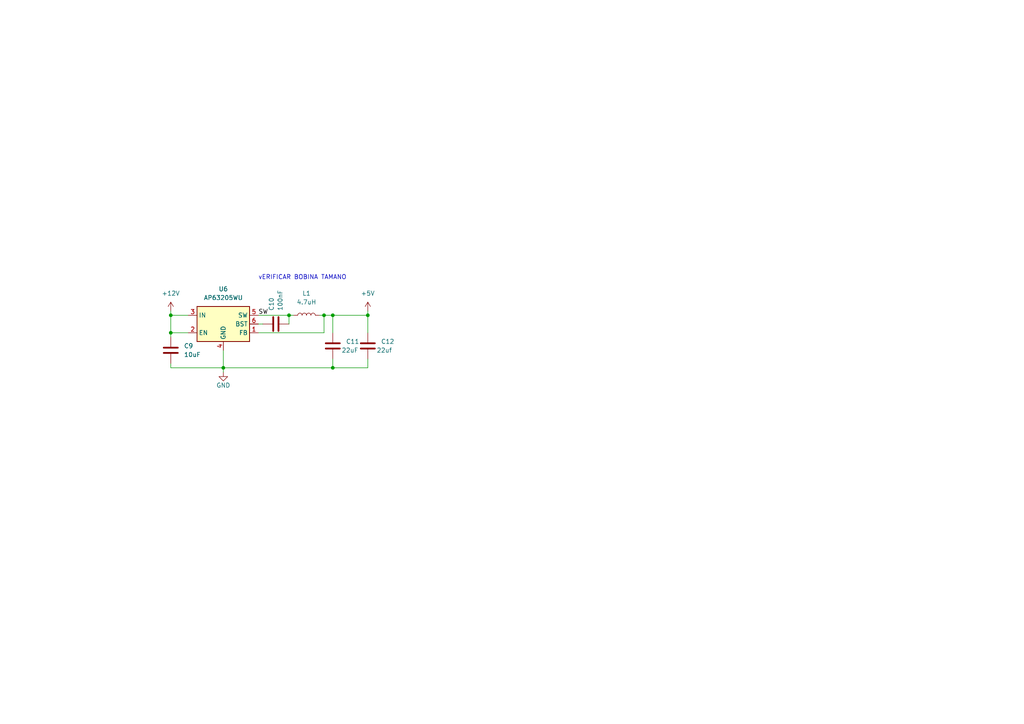
<source format=kicad_sch>
(kicad_sch (version 20211123) (generator eeschema)

  (uuid 6e8c72a6-cae7-40af-9d85-639b5d9cdb36)

  (paper "A4")

  (lib_symbols
    (symbol "Device:C" (pin_numbers hide) (pin_names (offset 0.254)) (in_bom yes) (on_board yes)
      (property "Reference" "C" (id 0) (at 0.635 2.54 0)
        (effects (font (size 1.27 1.27)) (justify left))
      )
      (property "Value" "C" (id 1) (at 0.635 -2.54 0)
        (effects (font (size 1.27 1.27)) (justify left))
      )
      (property "Footprint" "" (id 2) (at 0.9652 -3.81 0)
        (effects (font (size 1.27 1.27)) hide)
      )
      (property "Datasheet" "~" (id 3) (at 0 0 0)
        (effects (font (size 1.27 1.27)) hide)
      )
      (property "ki_keywords" "cap capacitor" (id 4) (at 0 0 0)
        (effects (font (size 1.27 1.27)) hide)
      )
      (property "ki_description" "Unpolarized capacitor" (id 5) (at 0 0 0)
        (effects (font (size 1.27 1.27)) hide)
      )
      (property "ki_fp_filters" "C_*" (id 6) (at 0 0 0)
        (effects (font (size 1.27 1.27)) hide)
      )
      (symbol "C_0_1"
        (polyline
          (pts
            (xy -2.032 -0.762)
            (xy 2.032 -0.762)
          )
          (stroke (width 0.508) (type default) (color 0 0 0 0))
          (fill (type none))
        )
        (polyline
          (pts
            (xy -2.032 0.762)
            (xy 2.032 0.762)
          )
          (stroke (width 0.508) (type default) (color 0 0 0 0))
          (fill (type none))
        )
      )
      (symbol "C_1_1"
        (pin passive line (at 0 3.81 270) (length 2.794)
          (name "~" (effects (font (size 1.27 1.27))))
          (number "1" (effects (font (size 1.27 1.27))))
        )
        (pin passive line (at 0 -3.81 90) (length 2.794)
          (name "~" (effects (font (size 1.27 1.27))))
          (number "2" (effects (font (size 1.27 1.27))))
        )
      )
    )
    (symbol "Device:L" (pin_numbers hide) (pin_names (offset 1.016) hide) (in_bom yes) (on_board yes)
      (property "Reference" "L" (id 0) (at -1.27 0 90)
        (effects (font (size 1.27 1.27)))
      )
      (property "Value" "L" (id 1) (at 1.905 0 90)
        (effects (font (size 1.27 1.27)))
      )
      (property "Footprint" "" (id 2) (at 0 0 0)
        (effects (font (size 1.27 1.27)) hide)
      )
      (property "Datasheet" "~" (id 3) (at 0 0 0)
        (effects (font (size 1.27 1.27)) hide)
      )
      (property "ki_keywords" "inductor choke coil reactor magnetic" (id 4) (at 0 0 0)
        (effects (font (size 1.27 1.27)) hide)
      )
      (property "ki_description" "Inductor" (id 5) (at 0 0 0)
        (effects (font (size 1.27 1.27)) hide)
      )
      (property "ki_fp_filters" "Choke_* *Coil* Inductor_* L_*" (id 6) (at 0 0 0)
        (effects (font (size 1.27 1.27)) hide)
      )
      (symbol "L_0_1"
        (arc (start 0 -2.54) (mid 0.635 -1.905) (end 0 -1.27)
          (stroke (width 0) (type default) (color 0 0 0 0))
          (fill (type none))
        )
        (arc (start 0 -1.27) (mid 0.635 -0.635) (end 0 0)
          (stroke (width 0) (type default) (color 0 0 0 0))
          (fill (type none))
        )
        (arc (start 0 0) (mid 0.635 0.635) (end 0 1.27)
          (stroke (width 0) (type default) (color 0 0 0 0))
          (fill (type none))
        )
        (arc (start 0 1.27) (mid 0.635 1.905) (end 0 2.54)
          (stroke (width 0) (type default) (color 0 0 0 0))
          (fill (type none))
        )
      )
      (symbol "L_1_1"
        (pin passive line (at 0 3.81 270) (length 1.27)
          (name "1" (effects (font (size 1.27 1.27))))
          (number "1" (effects (font (size 1.27 1.27))))
        )
        (pin passive line (at 0 -3.81 90) (length 1.27)
          (name "2" (effects (font (size 1.27 1.27))))
          (number "2" (effects (font (size 1.27 1.27))))
        )
      )
    )
    (symbol "Regulator_Switching:AP63205WU" (in_bom yes) (on_board yes)
      (property "Reference" "U" (id 0) (at -7.62 6.35 0)
        (effects (font (size 1.27 1.27)))
      )
      (property "Value" "AP63205WU" (id 1) (at 2.54 6.35 0)
        (effects (font (size 1.27 1.27)))
      )
      (property "Footprint" "Package_TO_SOT_SMD:TSOT-23-6" (id 2) (at 0 -22.86 0)
        (effects (font (size 1.27 1.27)) hide)
      )
      (property "Datasheet" "https://www.diodes.com/assets/Datasheets/AP63200-AP63201-AP63203-AP63205.pdf" (id 3) (at 0 0 0)
        (effects (font (size 1.27 1.27)) hide)
      )
      (property "ki_keywords" "2A Buck DC/DC" (id 4) (at 0 0 0)
        (effects (font (size 1.27 1.27)) hide)
      )
      (property "ki_description" "2A, 1.1MHz Buck DC/DC Converter, fixed 5.0V output voltage, TSOT-23-6" (id 5) (at 0 0 0)
        (effects (font (size 1.27 1.27)) hide)
      )
      (property "ki_fp_filters" "TSOT?23*" (id 6) (at 0 0 0)
        (effects (font (size 1.27 1.27)) hide)
      )
      (symbol "AP63205WU_0_1"
        (rectangle (start -7.62 5.08) (end 7.62 -5.08)
          (stroke (width 0.254) (type default) (color 0 0 0 0))
          (fill (type background))
        )
      )
      (symbol "AP63205WU_1_1"
        (pin input line (at 10.16 -2.54 180) (length 2.54)
          (name "FB" (effects (font (size 1.27 1.27))))
          (number "1" (effects (font (size 1.27 1.27))))
        )
        (pin input line (at -10.16 -2.54 0) (length 2.54)
          (name "EN" (effects (font (size 1.27 1.27))))
          (number "2" (effects (font (size 1.27 1.27))))
        )
        (pin power_in line (at -10.16 2.54 0) (length 2.54)
          (name "IN" (effects (font (size 1.27 1.27))))
          (number "3" (effects (font (size 1.27 1.27))))
        )
        (pin power_in line (at 0 -7.62 90) (length 2.54)
          (name "GND" (effects (font (size 1.27 1.27))))
          (number "4" (effects (font (size 1.27 1.27))))
        )
        (pin output line (at 10.16 2.54 180) (length 2.54)
          (name "SW" (effects (font (size 1.27 1.27))))
          (number "5" (effects (font (size 1.27 1.27))))
        )
        (pin passive line (at 10.16 0 180) (length 2.54)
          (name "BST" (effects (font (size 1.27 1.27))))
          (number "6" (effects (font (size 1.27 1.27))))
        )
      )
    )
    (symbol "power:+12V" (power) (pin_names (offset 0)) (in_bom yes) (on_board yes)
      (property "Reference" "#PWR" (id 0) (at 0 -3.81 0)
        (effects (font (size 1.27 1.27)) hide)
      )
      (property "Value" "+12V" (id 1) (at 0 3.556 0)
        (effects (font (size 1.27 1.27)))
      )
      (property "Footprint" "" (id 2) (at 0 0 0)
        (effects (font (size 1.27 1.27)) hide)
      )
      (property "Datasheet" "" (id 3) (at 0 0 0)
        (effects (font (size 1.27 1.27)) hide)
      )
      (property "ki_keywords" "power-flag" (id 4) (at 0 0 0)
        (effects (font (size 1.27 1.27)) hide)
      )
      (property "ki_description" "Power symbol creates a global label with name \"+12V\"" (id 5) (at 0 0 0)
        (effects (font (size 1.27 1.27)) hide)
      )
      (symbol "+12V_0_1"
        (polyline
          (pts
            (xy -0.762 1.27)
            (xy 0 2.54)
          )
          (stroke (width 0) (type default) (color 0 0 0 0))
          (fill (type none))
        )
        (polyline
          (pts
            (xy 0 0)
            (xy 0 2.54)
          )
          (stroke (width 0) (type default) (color 0 0 0 0))
          (fill (type none))
        )
        (polyline
          (pts
            (xy 0 2.54)
            (xy 0.762 1.27)
          )
          (stroke (width 0) (type default) (color 0 0 0 0))
          (fill (type none))
        )
      )
      (symbol "+12V_1_1"
        (pin power_in line (at 0 0 90) (length 0) hide
          (name "+12V" (effects (font (size 1.27 1.27))))
          (number "1" (effects (font (size 1.27 1.27))))
        )
      )
    )
    (symbol "power:+5V" (power) (pin_names (offset 0)) (in_bom yes) (on_board yes)
      (property "Reference" "#PWR" (id 0) (at 0 -3.81 0)
        (effects (font (size 1.27 1.27)) hide)
      )
      (property "Value" "+5V" (id 1) (at 0 3.556 0)
        (effects (font (size 1.27 1.27)))
      )
      (property "Footprint" "" (id 2) (at 0 0 0)
        (effects (font (size 1.27 1.27)) hide)
      )
      (property "Datasheet" "" (id 3) (at 0 0 0)
        (effects (font (size 1.27 1.27)) hide)
      )
      (property "ki_keywords" "power-flag" (id 4) (at 0 0 0)
        (effects (font (size 1.27 1.27)) hide)
      )
      (property "ki_description" "Power symbol creates a global label with name \"+5V\"" (id 5) (at 0 0 0)
        (effects (font (size 1.27 1.27)) hide)
      )
      (symbol "+5V_0_1"
        (polyline
          (pts
            (xy -0.762 1.27)
            (xy 0 2.54)
          )
          (stroke (width 0) (type default) (color 0 0 0 0))
          (fill (type none))
        )
        (polyline
          (pts
            (xy 0 0)
            (xy 0 2.54)
          )
          (stroke (width 0) (type default) (color 0 0 0 0))
          (fill (type none))
        )
        (polyline
          (pts
            (xy 0 2.54)
            (xy 0.762 1.27)
          )
          (stroke (width 0) (type default) (color 0 0 0 0))
          (fill (type none))
        )
      )
      (symbol "+5V_1_1"
        (pin power_in line (at 0 0 90) (length 0) hide
          (name "+5V" (effects (font (size 1.27 1.27))))
          (number "1" (effects (font (size 1.27 1.27))))
        )
      )
    )
    (symbol "power:GND" (power) (pin_names (offset 0)) (in_bom yes) (on_board yes)
      (property "Reference" "#PWR" (id 0) (at 0 -6.35 0)
        (effects (font (size 1.27 1.27)) hide)
      )
      (property "Value" "GND" (id 1) (at 0 -3.81 0)
        (effects (font (size 1.27 1.27)))
      )
      (property "Footprint" "" (id 2) (at 0 0 0)
        (effects (font (size 1.27 1.27)) hide)
      )
      (property "Datasheet" "" (id 3) (at 0 0 0)
        (effects (font (size 1.27 1.27)) hide)
      )
      (property "ki_keywords" "power-flag" (id 4) (at 0 0 0)
        (effects (font (size 1.27 1.27)) hide)
      )
      (property "ki_description" "Power symbol creates a global label with name \"GND\" , ground" (id 5) (at 0 0 0)
        (effects (font (size 1.27 1.27)) hide)
      )
      (symbol "GND_0_1"
        (polyline
          (pts
            (xy 0 0)
            (xy 0 -1.27)
            (xy 1.27 -1.27)
            (xy 0 -2.54)
            (xy -1.27 -1.27)
            (xy 0 -1.27)
          )
          (stroke (width 0) (type default) (color 0 0 0 0))
          (fill (type none))
        )
      )
      (symbol "GND_1_1"
        (pin power_in line (at 0 0 270) (length 0) hide
          (name "GND" (effects (font (size 1.27 1.27))))
          (number "1" (effects (font (size 1.27 1.27))))
        )
      )
    )
  )

  (junction (at 96.52 106.68) (diameter 0) (color 0 0 0 0)
    (uuid 2a662c9c-9462-4fa7-93e6-3d05a7780b9c)
  )
  (junction (at 49.53 91.44) (diameter 0) (color 0 0 0 0)
    (uuid 3d0a471c-b45d-411a-88a0-f1d4b4f0e38f)
  )
  (junction (at 83.82 91.44) (diameter 0) (color 0 0 0 0)
    (uuid 4ad0ebad-9448-4677-be1c-fa4636d52a29)
  )
  (junction (at 93.98 91.44) (diameter 0) (color 0 0 0 0)
    (uuid 4f8d941f-f432-48de-998c-ddfc8ffa1c49)
  )
  (junction (at 49.53 96.52) (diameter 0) (color 0 0 0 0)
    (uuid 762c4dfb-1626-4981-9905-8adbcafb21b7)
  )
  (junction (at 64.77 106.68) (diameter 0) (color 0 0 0 0)
    (uuid 792f6620-2a31-481b-ad29-e6c55e3ed5fb)
  )
  (junction (at 96.52 91.44) (diameter 0) (color 0 0 0 0)
    (uuid a3a93ddc-c045-4e0e-9309-714aef224c32)
  )
  (junction (at 106.68 91.44) (diameter 0) (color 0 0 0 0)
    (uuid c66bbca1-6d9a-43d1-bdf8-887a138043c7)
  )

  (wire (pts (xy 83.82 93.98) (xy 83.82 91.44))
    (stroke (width 0) (type default) (color 0 0 0 0))
    (uuid 033e5ef6-b9ab-4f2a-87d3-23e76a3e4e72)
  )
  (wire (pts (xy 49.53 105.41) (xy 49.53 106.68))
    (stroke (width 0) (type default) (color 0 0 0 0))
    (uuid 03a9283a-326f-4cfc-b42c-9c5335eeadae)
  )
  (wire (pts (xy 74.93 91.44) (xy 83.82 91.44))
    (stroke (width 0) (type default) (color 0 0 0 0))
    (uuid 16039efe-81fd-4257-aafa-2e2264da62c2)
  )
  (wire (pts (xy 92.71 91.44) (xy 93.98 91.44))
    (stroke (width 0) (type default) (color 0 0 0 0))
    (uuid 1fbcbe80-b935-4bcf-b877-598340b2756d)
  )
  (wire (pts (xy 106.68 90.17) (xy 106.68 91.44))
    (stroke (width 0) (type default) (color 0 0 0 0))
    (uuid 3824f007-cf8b-4e62-9d01-48578550dee1)
  )
  (wire (pts (xy 49.53 106.68) (xy 64.77 106.68))
    (stroke (width 0) (type default) (color 0 0 0 0))
    (uuid 3db1a026-ca25-4c09-99a9-0158ed6ca86a)
  )
  (wire (pts (xy 49.53 91.44) (xy 54.61 91.44))
    (stroke (width 0) (type default) (color 0 0 0 0))
    (uuid 41656f74-4b3f-4927-84a4-511671436b46)
  )
  (wire (pts (xy 49.53 96.52) (xy 49.53 97.79))
    (stroke (width 0) (type default) (color 0 0 0 0))
    (uuid 44e19d94-05f9-4c1b-877f-2077db752062)
  )
  (wire (pts (xy 83.82 91.44) (xy 85.09 91.44))
    (stroke (width 0) (type default) (color 0 0 0 0))
    (uuid 45e4cdb4-2e27-496d-953c-91e502e7a31d)
  )
  (wire (pts (xy 64.77 101.6) (xy 64.77 106.68))
    (stroke (width 0) (type default) (color 0 0 0 0))
    (uuid 584fae6b-aafb-4241-a0f1-0d663609975a)
  )
  (wire (pts (xy 106.68 104.14) (xy 106.68 106.68))
    (stroke (width 0) (type default) (color 0 0 0 0))
    (uuid 5cd3dacb-e030-49e2-ad96-30b8ab2047a9)
  )
  (wire (pts (xy 49.53 96.52) (xy 49.53 91.44))
    (stroke (width 0) (type default) (color 0 0 0 0))
    (uuid 65e97ec0-ecfc-48eb-bbc7-13c0acfab09f)
  )
  (wire (pts (xy 96.52 106.68) (xy 106.68 106.68))
    (stroke (width 0) (type default) (color 0 0 0 0))
    (uuid 70245c78-4022-449c-82a8-24b1675c6882)
  )
  (wire (pts (xy 96.52 104.14) (xy 96.52 106.68))
    (stroke (width 0) (type default) (color 0 0 0 0))
    (uuid 726ff543-f47c-427d-945e-d7a655ce650c)
  )
  (wire (pts (xy 93.98 96.52) (xy 93.98 91.44))
    (stroke (width 0) (type default) (color 0 0 0 0))
    (uuid 79128bf0-6f80-4a34-bbbc-db13486201ac)
  )
  (wire (pts (xy 106.68 91.44) (xy 96.52 91.44))
    (stroke (width 0) (type default) (color 0 0 0 0))
    (uuid 8891e481-85b5-48e2-a89b-bd39b94b6573)
  )
  (wire (pts (xy 96.52 96.52) (xy 96.52 91.44))
    (stroke (width 0) (type default) (color 0 0 0 0))
    (uuid 915b2d50-fa79-4c45-b87c-57eb98401a6d)
  )
  (wire (pts (xy 49.53 90.17) (xy 49.53 91.44))
    (stroke (width 0) (type default) (color 0 0 0 0))
    (uuid 9b115854-c16f-435b-bd6d-044c95868ad8)
  )
  (wire (pts (xy 64.77 106.68) (xy 64.77 107.95))
    (stroke (width 0) (type default) (color 0 0 0 0))
    (uuid b204ba61-fb99-4127-af98-5a59f976e4ac)
  )
  (wire (pts (xy 93.98 91.44) (xy 96.52 91.44))
    (stroke (width 0) (type default) (color 0 0 0 0))
    (uuid bc2c6783-16fc-4fac-900f-7f03d318ccc2)
  )
  (wire (pts (xy 64.77 106.68) (xy 96.52 106.68))
    (stroke (width 0) (type default) (color 0 0 0 0))
    (uuid c1274bc3-b8a0-4f52-b7e6-1531f2ccb6cf)
  )
  (wire (pts (xy 106.68 96.52) (xy 106.68 91.44))
    (stroke (width 0) (type default) (color 0 0 0 0))
    (uuid ce51d63e-9034-4d69-9ce2-18f90a06e8d0)
  )
  (wire (pts (xy 54.61 96.52) (xy 49.53 96.52))
    (stroke (width 0) (type default) (color 0 0 0 0))
    (uuid ce6be746-f67b-4e93-a301-48aa2e8f3f6d)
  )
  (wire (pts (xy 74.93 96.52) (xy 93.98 96.52))
    (stroke (width 0) (type default) (color 0 0 0 0))
    (uuid f813cba0-2c53-40cd-a564-77728394a1e4)
  )
  (wire (pts (xy 74.93 93.98) (xy 76.2 93.98))
    (stroke (width 0) (type default) (color 0 0 0 0))
    (uuid fd896ba9-6a77-45fe-931a-cc1de311b0e0)
  )

  (text "vERIFICAR BOBINA TAMANO\n" (at 74.93 81.28 0)
    (effects (font (size 1.27 1.27)) (justify left bottom))
    (uuid 8264c512-5356-439d-bada-f82d1306bf10)
  )

  (label "SW" (at 74.93 91.44 0)
    (effects (font (size 1.27 1.27)) (justify left bottom))
    (uuid 91e7da3d-04b0-49d7-84e2-c9329f6c3769)
  )

  (symbol (lib_id "Device:C") (at 106.68 100.33 0) (unit 1)
    (in_bom yes) (on_board yes)
    (uuid 2d1ae627-9443-4ee2-b54b-7571b87f6bc7)
    (property "Reference" "C12" (id 0) (at 110.49 99.0599 0)
      (effects (font (size 1.27 1.27)) (justify left))
    )
    (property "Value" "22uf" (id 1) (at 109.22 101.6 0)
      (effects (font (size 1.27 1.27)) (justify left))
    )
    (property "Footprint" "Capacitor_SMD:C_0805_2012Metric" (id 2) (at 107.6452 104.14 0)
      (effects (font (size 1.27 1.27)) hide)
    )
    (property "Datasheet" "~" (id 3) (at 106.68 100.33 0)
      (effects (font (size 1.27 1.27)) hide)
    )
    (pin "1" (uuid cad91013-c150-4441-b52d-7f66687dd421))
    (pin "2" (uuid c2d15eae-f679-4089-9148-4fb7438df8be))
  )

  (symbol (lib_id "Device:C") (at 80.01 93.98 270) (unit 1)
    (in_bom yes) (on_board yes)
    (uuid 2e128347-df17-4bca-b2b3-f4ef57cb8021)
    (property "Reference" "C10" (id 0) (at 78.74 90.17 0)
      (effects (font (size 1.27 1.27)) (justify right))
    )
    (property "Value" "100nF" (id 1) (at 81.28 90.17 0)
      (effects (font (size 1.27 1.27)) (justify right))
    )
    (property "Footprint" "Capacitor_SMD:C_0201_0603Metric" (id 2) (at 76.2 94.9452 0)
      (effects (font (size 1.27 1.27)) hide)
    )
    (property "Datasheet" "~" (id 3) (at 80.01 93.98 0)
      (effects (font (size 1.27 1.27)) hide)
    )
    (pin "1" (uuid 17178684-3c18-4591-87f7-5ed10abd4be1))
    (pin "2" (uuid f85fb0e9-c3c4-4918-a212-ebec7330b143))
  )

  (symbol (lib_id "power:+12V") (at 49.53 90.17 0) (unit 1)
    (in_bom yes) (on_board yes) (fields_autoplaced)
    (uuid 33ff0058-1ba4-4203-ba11-ef634e7cad89)
    (property "Reference" "#PWR028" (id 0) (at 49.53 93.98 0)
      (effects (font (size 1.27 1.27)) hide)
    )
    (property "Value" "+12V" (id 1) (at 49.53 85.09 0))
    (property "Footprint" "" (id 2) (at 49.53 90.17 0)
      (effects (font (size 1.27 1.27)) hide)
    )
    (property "Datasheet" "" (id 3) (at 49.53 90.17 0)
      (effects (font (size 1.27 1.27)) hide)
    )
    (pin "1" (uuid d8bba445-f7d4-4869-b203-ae3a4b235dc3))
  )

  (symbol (lib_id "power:GND") (at 64.77 107.95 0) (unit 1)
    (in_bom yes) (on_board yes)
    (uuid 413c8bd2-0eec-4b7e-82cd-6d12df1b0603)
    (property "Reference" "#PWR029" (id 0) (at 64.77 114.3 0)
      (effects (font (size 1.27 1.27)) hide)
    )
    (property "Value" "GND" (id 1) (at 64.77 111.76 0))
    (property "Footprint" "" (id 2) (at 64.77 107.95 0)
      (effects (font (size 1.27 1.27)) hide)
    )
    (property "Datasheet" "" (id 3) (at 64.77 107.95 0)
      (effects (font (size 1.27 1.27)) hide)
    )
    (pin "1" (uuid 48f313f8-ff64-4356-a234-1d63b31e3625))
  )

  (symbol (lib_id "Device:L") (at 88.9 91.44 90) (unit 1)
    (in_bom yes) (on_board yes) (fields_autoplaced)
    (uuid 468cb963-ab09-4844-9bbb-9cb3f6cccb5e)
    (property "Reference" "L1" (id 0) (at 88.9 85.09 90))
    (property "Value" "4.7uH" (id 1) (at 88.9 87.63 90))
    (property "Footprint" "Inductor_SMD:L_Bourns_SRN6045TA" (id 2) (at 88.9 91.44 0)
      (effects (font (size 1.27 1.27)) hide)
    )
    (property "Datasheet" "~" (id 3) (at 88.9 91.44 0)
      (effects (font (size 1.27 1.27)) hide)
    )
    (pin "1" (uuid 4a64080f-1c8e-4452-8665-1cb05b00e4f5))
    (pin "2" (uuid 760e6ce4-0c56-4475-8d9c-4f13cb83fc4a))
  )

  (symbol (lib_id "power:+5V") (at 106.68 90.17 0) (unit 1)
    (in_bom yes) (on_board yes) (fields_autoplaced)
    (uuid 6dc17e01-d6a5-4643-887e-badfffe095de)
    (property "Reference" "#PWR030" (id 0) (at 106.68 93.98 0)
      (effects (font (size 1.27 1.27)) hide)
    )
    (property "Value" "+5V" (id 1) (at 106.68 85.09 0))
    (property "Footprint" "" (id 2) (at 106.68 90.17 0)
      (effects (font (size 1.27 1.27)) hide)
    )
    (property "Datasheet" "" (id 3) (at 106.68 90.17 0)
      (effects (font (size 1.27 1.27)) hide)
    )
    (pin "1" (uuid 727ddfa9-b5a7-4cb2-8f4b-b26242e17793))
  )

  (symbol (lib_id "Device:C") (at 49.53 101.6 0) (unit 1)
    (in_bom yes) (on_board yes) (fields_autoplaced)
    (uuid 9b0d24f7-394a-4403-ba2a-f7b4c78026b4)
    (property "Reference" "C9" (id 0) (at 53.34 100.3299 0)
      (effects (font (size 1.27 1.27)) (justify left))
    )
    (property "Value" "10uF" (id 1) (at 53.34 102.8699 0)
      (effects (font (size 1.27 1.27)) (justify left))
    )
    (property "Footprint" "Capacitor_SMD:C_0805_2012Metric" (id 2) (at 50.4952 105.41 0)
      (effects (font (size 1.27 1.27)) hide)
    )
    (property "Datasheet" "~" (id 3) (at 49.53 101.6 0)
      (effects (font (size 1.27 1.27)) hide)
    )
    (pin "1" (uuid 7bfb4284-e816-48f8-91ec-b94102aef36d))
    (pin "2" (uuid d6c29608-9b68-4dc4-a07d-9e9195cb4539))
  )

  (symbol (lib_id "Device:C") (at 96.52 100.33 0) (unit 1)
    (in_bom yes) (on_board yes)
    (uuid 9d99352e-8f9d-4231-8734-aaca321b61f3)
    (property "Reference" "C11" (id 0) (at 100.33 99.0599 0)
      (effects (font (size 1.27 1.27)) (justify left))
    )
    (property "Value" "22uF" (id 1) (at 99.06 101.6 0)
      (effects (font (size 1.27 1.27)) (justify left))
    )
    (property "Footprint" "Capacitor_SMD:C_0805_2012Metric" (id 2) (at 97.4852 104.14 0)
      (effects (font (size 1.27 1.27)) hide)
    )
    (property "Datasheet" "~" (id 3) (at 96.52 100.33 0)
      (effects (font (size 1.27 1.27)) hide)
    )
    (pin "1" (uuid 3466fa95-343c-41f5-83dc-0789e4297901))
    (pin "2" (uuid 080b31eb-1f4b-4eaa-a8b2-6d5f35adfaa7))
  )

  (symbol (lib_id "Regulator_Switching:AP63205WU") (at 64.77 93.98 0) (unit 1)
    (in_bom yes) (on_board yes) (fields_autoplaced)
    (uuid ac92780a-8587-46a0-9fd1-c8a10fc29177)
    (property "Reference" "U6" (id 0) (at 64.77 83.82 0))
    (property "Value" "AP63205WU" (id 1) (at 64.77 86.36 0))
    (property "Footprint" "Package_TO_SOT_SMD:TSOT-23-6" (id 2) (at 64.77 116.84 0)
      (effects (font (size 1.27 1.27)) hide)
    )
    (property "Datasheet" "https://www.diodes.com/assets/Datasheets/AP63200-AP63201-AP63203-AP63205.pdf" (id 3) (at 64.77 93.98 0)
      (effects (font (size 1.27 1.27)) hide)
    )
    (pin "1" (uuid e7f132c2-6069-4e54-81a9-b433318b4b5a))
    (pin "2" (uuid 5612628b-3b61-426c-91d7-94ed27dd5d54))
    (pin "3" (uuid a2077107-9edb-40ee-a3ac-33b9cdc7dd30))
    (pin "4" (uuid 098c5b75-8b49-4a43-98b1-4b245e31bc98))
    (pin "5" (uuid 9f411d82-67c0-45ef-aca5-c101015dfe16))
    (pin "6" (uuid caebad82-5117-4185-9626-3186d6f998be))
  )
)

</source>
